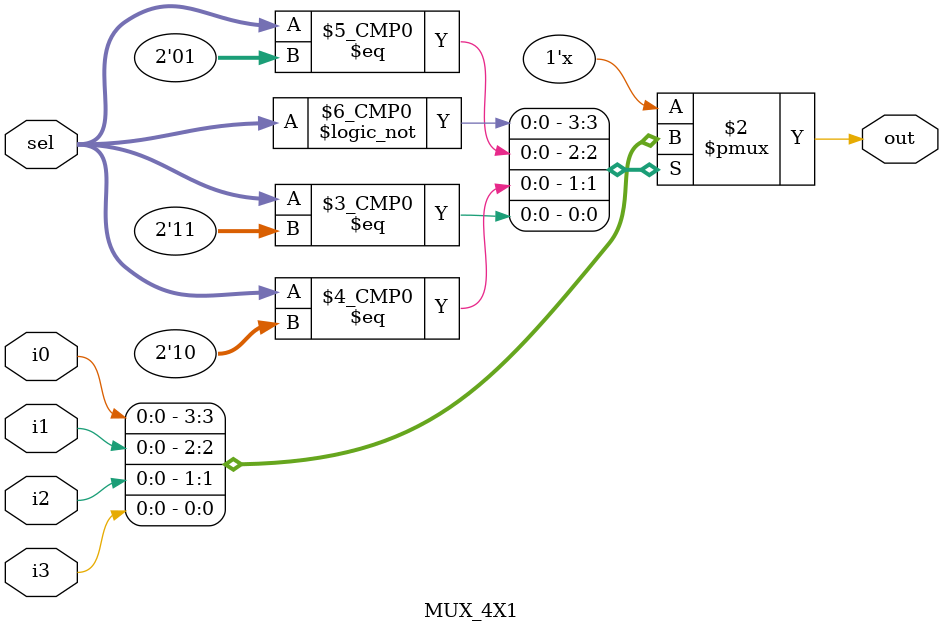
<source format=v>
module divider(outd, f_out, sel, clk, clear, count, load);
output [7:0] outd;
output f_out;
input  clk, clear, count, load;
input [1:0]sel;
//reg [7:0] ind;
wire w0;
wire w1,w2,w3,w4,w5,w6,w7,w8;
wire cin0,cin1,cin2,cin3,cin4,cin5,cin6,cin7;
wire [3:0] cinh,cinl;
parameter divid_0 = 0;
parameter divid_10 = 10;
parameter divid_100 = 100;
parameter divid_256 = 256;

assign {i70,i60,i50,i40,i30,i20,i10,i00} = divid_0;
assign {i71,i61,i51,i41,i31,i21,i11,i01} = divid_256;
assign {i72,i62,i52,i42,i32,i22,i12,i02} = divid_100;
assign {i73,i63,i53,i43,i33,i23,i13,i03} = divid_10;

MUX_4X1 mux0 (sel, i00, i01, i02, i03, cin0);
MUX_4X1 mux1 (sel, i10, i11, i12, i13, cin1);
MUX_4X1 mux2 (sel, i20, i21, i22, i23, cin2);
MUX_4X1 mux3 (sel, i30, i31, i32, i33, cin3);
MUX_4X1 mux4 (sel, i40, i41, i42, i43, cin4);
MUX_4X1 mux5 (sel, i50, i51, i52, i53, cin5);
MUX_4X1 mux6 (sel, i60, i61, i62, i63, cin6);
MUX_4X1 mux7 (sel, i70, i71, i72, i73, cin7);

assign cinl = {cin3,cin2,cin1,cin0};
assign cinh = {cin7,cin6,cin5,cin4};

counter c1 (outd[3:0], w0, clk, clear, cinl, load, count);
counter c2 (outd[7:4], , w0, clear, cinh, load, count);

not not1(w1,outd[7]);
not not2(w2,outd[6]);
not not3(w3,outd[5]);
not not4(w4,outd[4]);
not not5(w5,outd[3]);
not not6(w6,outd[2]);
not not7(w7,outd[1]);
and and1(w8,load,w1,w2,w3,w4,w5,w6,w7,outd[0]);

endmodule
//------------------------------------------------------------
module counter ( out, cout, CLK, CLR, in, load, count);
input  CLK, CLR, load, count;
input  [3:0] in;
output cout;
output [3:0] out;
reg [3:0] out;
reg cout;

always @(posedge CLK or posedge load or posedge CLR)
begin
if (CLR)
out <= 4'b0000;
else if (load)
    out <= in;
else if (count) 
    {cout, out} <= out - 1;
else
   out <= out;
end   

endmodule
//-------------------------------------------------------------
module MUX_4X1(sel, i0, i1, i2, i3, out);
input i0, i1, i2, i3;
input [1:0] sel;
output out;
reg out;

always @(sel or i0 or i1 or i2 or i3)
case(sel)
2'b00: out = i0;
2'b01: out = i1;
2'b10: out = i2;
2'b11: out = i3;
endcase
endmodule

</source>
